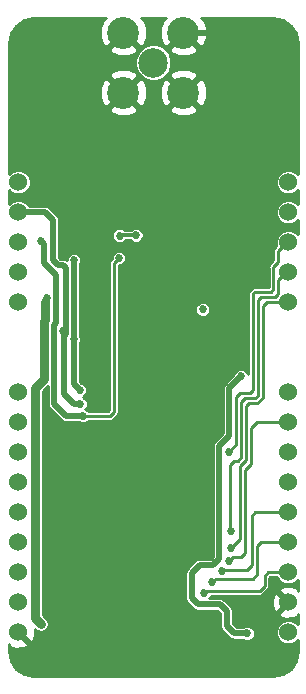
<source format=gbl>
%FSLAX46Y46*%
G04 Gerber Fmt 4.6, Leading zero omitted, Abs format (unit mm)*
G04 Created by KiCad (PCBNEW (2014-jul-16 BZR unknown)-product) date Fri 13 Mar 2015 08:43:45 PM CET*
%MOMM*%
G01*
G04 APERTURE LIST*
%ADD10C,0.150000*%
%ADD11C,1.524000*%
%ADD12C,2.499360*%
%ADD13C,2.700020*%
%ADD14C,0.685800*%
%ADD15C,0.254000*%
%ADD16C,0.508000*%
%ADD17C,0.762000*%
%ADD18C,0.304800*%
G04 APERTURE END LIST*
D10*
D11*
X185890000Y-59100000D03*
X185890000Y-61640000D03*
X185890000Y-64180000D03*
X185890000Y-66720000D03*
X185890000Y-69260000D03*
X185890000Y-76880000D03*
X185890000Y-79420000D03*
X185890000Y-81960000D03*
X185890000Y-84500000D03*
X185890000Y-87040000D03*
X185890000Y-89580000D03*
X185890000Y-92120000D03*
X185890000Y-94660000D03*
X185890000Y-97200000D03*
X208750000Y-59100000D03*
X208750000Y-61640000D03*
X208750000Y-64180000D03*
X208750000Y-66720000D03*
X208750000Y-69260000D03*
X208750000Y-76880000D03*
X208750000Y-79420000D03*
X208750000Y-81960000D03*
X208750000Y-84500000D03*
X208750000Y-87040000D03*
X208750000Y-89580000D03*
X208750000Y-92120000D03*
X208750000Y-94660000D03*
X208750000Y-97200000D03*
D12*
X197330000Y-48970000D03*
D13*
X199870000Y-46430000D03*
X194790000Y-46430000D03*
X194790000Y-51510000D03*
X199870000Y-51510000D03*
D14*
X201506000Y-69872000D03*
X202320000Y-92980000D03*
X207690000Y-57770000D03*
X207650000Y-54410000D03*
X203780000Y-54330000D03*
X203810000Y-50420000D03*
X207620000Y-50420000D03*
X207570000Y-46330000D03*
X203780000Y-46380000D03*
X190600000Y-62070000D03*
X190580000Y-58140000D03*
X186970000Y-58090000D03*
X186970000Y-54330000D03*
X190580000Y-54310000D03*
X190530000Y-50390000D03*
X186970000Y-50320000D03*
X186970000Y-46410000D03*
X190550000Y-46410000D03*
X206300000Y-67660000D03*
X192200000Y-63140000D03*
X201090000Y-55250000D03*
X201320000Y-76560000D03*
X199330000Y-76540000D03*
X195320000Y-76510000D03*
X193300000Y-76520000D03*
X197320000Y-95420000D03*
X197970320Y-66483640D03*
X196680000Y-66498880D03*
X196680000Y-65183160D03*
X197944920Y-65223800D03*
X197335320Y-65843560D03*
X203461800Y-70903240D03*
X205244880Y-56938320D03*
X205239800Y-58447080D03*
X205209320Y-59915200D03*
X205488720Y-62338360D03*
X205031520Y-64771680D03*
X203477040Y-67855240D03*
X201094520Y-56755440D03*
X196075480Y-69206520D03*
X198595160Y-69181120D03*
X196934000Y-62353600D03*
X198574840Y-62348520D03*
X205280000Y-97310000D03*
X204760000Y-75510000D03*
X187790000Y-96510000D03*
X188350700Y-68910000D03*
X203710000Y-81930000D03*
X203870000Y-88620000D03*
X190600000Y-72420000D03*
X190610000Y-65690000D03*
X191100000Y-76720000D03*
X203890000Y-90110000D03*
X203760000Y-91140000D03*
X201640000Y-93850000D03*
X189690000Y-71670000D03*
X191140000Y-77880000D03*
X194420000Y-65520000D03*
X187820000Y-64070000D03*
X191370000Y-78910000D03*
X203120000Y-92030000D03*
X195870000Y-63600000D03*
X194460000Y-63630000D03*
D15*
X206440000Y-89580000D02*
X208750000Y-89580000D01*
X206140000Y-89880000D02*
X206440000Y-89580000D01*
X206140000Y-92310000D02*
X206140000Y-89880000D01*
X205760000Y-92690000D02*
X206140000Y-92310000D01*
X202610000Y-92690000D02*
X205760000Y-92690000D01*
X202320000Y-92980000D02*
X202610000Y-92690000D01*
D16*
X199870000Y-46430000D02*
X203730000Y-46430000D01*
X207690000Y-54450000D02*
X207690000Y-57770000D01*
X207650000Y-54410000D02*
X207690000Y-54450000D01*
X203780000Y-50450000D02*
X203780000Y-54330000D01*
X203810000Y-50420000D02*
X203780000Y-50450000D01*
X207620000Y-46380000D02*
X207620000Y-50420000D01*
X207570000Y-46330000D02*
X207620000Y-46380000D01*
X203730000Y-46430000D02*
X203780000Y-46380000D01*
X187020000Y-58140000D02*
X190580000Y-58140000D01*
X186970000Y-58090000D02*
X187020000Y-58140000D01*
X190560000Y-54330000D02*
X186970000Y-54330000D01*
X190580000Y-54310000D02*
X190560000Y-54330000D01*
X187040000Y-50390000D02*
X190530000Y-50390000D01*
X186970000Y-50320000D02*
X187040000Y-50390000D01*
X190550000Y-46410000D02*
X186970000Y-46410000D01*
D15*
X192210000Y-63220000D02*
X192210000Y-63150000D01*
X192210000Y-63150000D02*
X192200000Y-63140000D01*
D17*
X198046520Y-66570000D02*
X198046520Y-66559840D01*
X198046520Y-66559840D02*
X197970320Y-66483640D01*
X196598720Y-66559840D02*
X196619040Y-66559840D01*
X196619040Y-66559840D02*
X196680000Y-66498880D01*
X196593640Y-65112040D02*
X196608880Y-65112040D01*
X196608880Y-65112040D02*
X196680000Y-65183160D01*
X197878880Y-65289840D02*
X197944920Y-65223800D01*
X197335320Y-65843560D02*
X197335320Y-65828320D01*
D16*
X204150000Y-97310000D02*
X205280000Y-97310000D01*
X203530000Y-96690000D02*
X204150000Y-97310000D01*
X203530000Y-95400000D02*
X203530000Y-96690000D01*
X202970000Y-94840000D02*
X203530000Y-95400000D01*
X201090000Y-94840000D02*
X202970000Y-94840000D01*
X200580000Y-94330000D02*
X201090000Y-94840000D01*
X200580000Y-92190000D02*
X200580000Y-94330000D01*
X201260000Y-91510000D02*
X200580000Y-92190000D01*
X202410000Y-91510000D02*
X201260000Y-91510000D01*
X202890000Y-91030000D02*
X202410000Y-91510000D01*
X202890000Y-81430000D02*
X202890000Y-91030000D01*
X203740000Y-80580000D02*
X202890000Y-81430000D01*
X203740000Y-76530000D02*
X203740000Y-80580000D01*
X204760000Y-75510000D02*
X203740000Y-76530000D01*
D17*
X188150000Y-69230000D02*
X188150000Y-70750000D01*
D16*
X188350700Y-69029300D02*
X188150000Y-69230000D01*
X188350700Y-68910000D02*
X188350700Y-69029300D01*
D17*
X187290000Y-96010000D02*
X187790000Y-96510000D01*
X187290000Y-76510000D02*
X187290000Y-96010000D01*
X188070000Y-75730000D02*
X187290000Y-76510000D01*
X188070000Y-70830000D02*
X188070000Y-75730000D01*
X188150000Y-70750000D02*
X188070000Y-70830000D01*
D16*
X188350700Y-68910000D02*
X188360000Y-68910000D01*
D15*
X205783598Y-68890000D02*
X205783598Y-68526402D01*
X207493598Y-66273598D02*
X207470000Y-66250000D01*
X207493598Y-68160000D02*
X207493598Y-66273598D01*
X207273598Y-68380000D02*
X207493598Y-68160000D01*
X205930000Y-68380000D02*
X207273598Y-68380000D01*
X205783598Y-68526402D02*
X205930000Y-68380000D01*
X207850000Y-64950000D02*
X208620000Y-64180000D01*
X207470000Y-66250000D02*
X207850000Y-65870000D01*
X207850000Y-65870000D02*
X207850000Y-64950000D01*
X205783598Y-76666402D02*
X205783598Y-68890000D01*
X205530000Y-76920000D02*
X205783598Y-76666402D01*
X204660000Y-76920000D02*
X205530000Y-76920000D01*
X204330000Y-77250000D02*
X204660000Y-76920000D01*
X204330000Y-81310000D02*
X204330000Y-77250000D01*
X203710000Y-81930000D02*
X204330000Y-81310000D01*
X208620000Y-64180000D02*
X208750000Y-64180000D01*
X206190000Y-69140000D02*
X206190000Y-69040000D01*
X207900000Y-67380000D02*
X208560000Y-66720000D01*
X207900000Y-68550000D02*
X207900000Y-67380000D01*
X207640000Y-68810000D02*
X207900000Y-68550000D01*
X206420000Y-68810000D02*
X207640000Y-68810000D01*
X206190000Y-69040000D02*
X206420000Y-68810000D01*
X208560000Y-66720000D02*
X208750000Y-66720000D01*
X206190000Y-76380000D02*
X206190000Y-77170000D01*
X206190000Y-77170000D02*
X205960000Y-77400000D01*
X205056402Y-77400000D02*
X205960000Y-77400000D01*
X204780000Y-77676402D02*
X205056402Y-77400000D01*
X204780000Y-82380000D02*
X204780000Y-77676402D01*
X204480000Y-82680000D02*
X204780000Y-82380000D01*
X204160000Y-82680000D02*
X204480000Y-82680000D01*
X203780000Y-83060000D02*
X204160000Y-82680000D01*
X203780000Y-88530000D02*
X203780000Y-83060000D01*
X203870000Y-88620000D02*
X203780000Y-88530000D01*
X206190000Y-76380000D02*
X206190000Y-69140000D01*
D16*
X190600000Y-76220000D02*
X191100000Y-76720000D01*
X190600000Y-72100000D02*
X190600000Y-72420000D01*
X190600000Y-72420000D02*
X190600000Y-76220000D01*
X190610000Y-72090000D02*
X190600000Y-72100000D01*
X190610000Y-69830000D02*
X190610000Y-72090000D01*
X190610000Y-66840000D02*
X190610000Y-69830000D01*
X190610000Y-65690000D02*
X190610000Y-66840000D01*
D15*
X206596402Y-76340000D02*
X206596402Y-77353598D01*
X204650000Y-89350000D02*
X203890000Y-90110000D01*
X204650000Y-83160000D02*
X204650000Y-89350000D01*
X205186402Y-82623598D02*
X204650000Y-83160000D01*
X205186402Y-78050000D02*
X205186402Y-82623598D01*
X205430000Y-77806402D02*
X205186402Y-78050000D01*
X206143598Y-77806402D02*
X205430000Y-77806402D01*
X206596402Y-77353598D02*
X206143598Y-77806402D01*
X206596402Y-74680000D02*
X206596402Y-69623598D01*
X206596402Y-69623598D02*
X206960000Y-69260000D01*
X206960000Y-69260000D02*
X208750000Y-69260000D01*
X206596402Y-74680000D02*
X206596402Y-76340000D01*
X206070000Y-79420000D02*
X208750000Y-79420000D01*
X205592804Y-79897196D02*
X206070000Y-79420000D01*
X205592804Y-82977196D02*
X205592804Y-79897196D01*
X205100000Y-83470000D02*
X205592804Y-82977196D01*
X205100000Y-90460000D02*
X205100000Y-83470000D01*
X204740000Y-90820000D02*
X205100000Y-90460000D01*
X204080000Y-90820000D02*
X204740000Y-90820000D01*
X203760000Y-91140000D02*
X204080000Y-90820000D01*
X208220000Y-79420000D02*
X208750000Y-79420000D01*
X207060000Y-92120000D02*
X208750000Y-92120000D01*
X206750000Y-92430000D02*
X207060000Y-92120000D01*
X206750000Y-93290000D02*
X206750000Y-92430000D01*
X206340000Y-93700000D02*
X206750000Y-93290000D01*
X201790000Y-93700000D02*
X206340000Y-93700000D01*
X201640000Y-93850000D02*
X201790000Y-93700000D01*
D16*
X189800000Y-72480000D02*
X189800000Y-71780000D01*
X189800000Y-71780000D02*
X189690000Y-71670000D01*
X188820000Y-65510000D02*
X188820000Y-65730000D01*
X189800000Y-77040000D02*
X190640000Y-77880000D01*
X190640000Y-77880000D02*
X191140000Y-77880000D01*
X189800000Y-72480000D02*
X189800000Y-77040000D01*
X189800000Y-72120000D02*
X189800000Y-72480000D01*
X189949598Y-71970402D02*
X189800000Y-72120000D01*
X189949598Y-66390000D02*
X189949598Y-71970402D01*
X189689598Y-66130000D02*
X189949598Y-66390000D01*
X189220000Y-66130000D02*
X189689598Y-66130000D01*
X188820000Y-65730000D02*
X189220000Y-66130000D01*
X185890000Y-61640000D02*
X188190000Y-61640000D01*
X188820000Y-62270000D02*
X188820000Y-65510000D01*
X188190000Y-61640000D02*
X188820000Y-62270000D01*
X188080000Y-65690000D02*
X188080000Y-65950000D01*
X190170000Y-78900000D02*
X190170000Y-78890000D01*
X190160000Y-78890000D02*
X190170000Y-78900000D01*
X189900000Y-78890000D02*
X190160000Y-78890000D01*
X188920000Y-77910000D02*
X189900000Y-78890000D01*
X188920000Y-71190000D02*
X188920000Y-77910000D01*
X189120000Y-70990000D02*
X188920000Y-71190000D01*
X189120000Y-66990000D02*
X189120000Y-70990000D01*
X188080000Y-65950000D02*
X189120000Y-66990000D01*
D15*
X193640000Y-78910000D02*
X191370000Y-78910000D01*
X193980000Y-78570000D02*
X193640000Y-78910000D01*
X193980000Y-65960000D02*
X193980000Y-78570000D01*
X194420000Y-65520000D02*
X193980000Y-65960000D01*
D16*
X188080000Y-64330000D02*
X187820000Y-64070000D01*
X188080000Y-65690000D02*
X188080000Y-65270000D01*
X188080000Y-65270000D02*
X188080000Y-64330000D01*
X191350000Y-78890000D02*
X190170000Y-78890000D01*
X191370000Y-78910000D02*
X191350000Y-78890000D01*
D15*
X205950000Y-87040000D02*
X208750000Y-87040000D01*
X205640000Y-87350000D02*
X205950000Y-87040000D01*
X205640000Y-91550000D02*
X205640000Y-87350000D01*
X205290000Y-91900000D02*
X205640000Y-91550000D01*
X203250000Y-91900000D02*
X205290000Y-91900000D01*
X203120000Y-92030000D02*
X203250000Y-91900000D01*
D18*
X194490000Y-63600000D02*
X195870000Y-63600000D01*
X194460000Y-63630000D02*
X194490000Y-63600000D01*
D15*
G36*
X209558056Y-50260000D02*
X209550100Y-50300000D01*
X209550100Y-50749726D01*
X209540100Y-50800000D01*
X209550100Y-50850273D01*
X209550100Y-57940000D01*
X209550100Y-58427448D01*
X209340676Y-58217659D01*
X208958056Y-58058781D01*
X208543762Y-58058420D01*
X208160865Y-58216629D01*
X207867659Y-58509324D01*
X207708781Y-58891944D01*
X207708420Y-59306238D01*
X207866629Y-59689135D01*
X208159324Y-59982341D01*
X208541944Y-60141219D01*
X208956238Y-60141580D01*
X209339135Y-59983371D01*
X209550100Y-59772773D01*
X209550100Y-60967448D01*
X209340676Y-60757659D01*
X208958056Y-60598781D01*
X208543762Y-60598420D01*
X208160865Y-60756629D01*
X207867659Y-61049324D01*
X207708781Y-61431944D01*
X207708420Y-61846238D01*
X207866629Y-62229135D01*
X208159324Y-62522341D01*
X208541944Y-62681219D01*
X208956238Y-62681580D01*
X209339135Y-62523371D01*
X209550100Y-62312773D01*
X209550100Y-63507448D01*
X209340676Y-63297659D01*
X208958056Y-63138781D01*
X208543762Y-63138420D01*
X208160865Y-63296629D01*
X207867659Y-63589324D01*
X207708781Y-63971944D01*
X207708420Y-64386238D01*
X207746606Y-64478657D01*
X207562632Y-64662632D01*
X207474535Y-64794477D01*
X207443600Y-64950000D01*
X207443600Y-65701664D01*
X207182632Y-65962632D01*
X207094535Y-66094478D01*
X207063600Y-66250000D01*
X207087198Y-66368636D01*
X207087198Y-67973600D01*
X205930000Y-67973600D01*
X205774477Y-68004535D01*
X205642632Y-68092632D01*
X205496230Y-68239034D01*
X205408133Y-68370879D01*
X205377198Y-68526402D01*
X205377198Y-68890000D01*
X205377198Y-75374150D01*
X205287868Y-75157956D01*
X205112965Y-74982747D01*
X204884326Y-74887808D01*
X204636760Y-74887592D01*
X204407956Y-74982132D01*
X204232747Y-75157035D01*
X204143363Y-75372294D01*
X203362829Y-76152829D01*
X203247203Y-76325877D01*
X203206600Y-76530000D01*
X203206600Y-80359058D01*
X202512829Y-81052829D01*
X202397203Y-81225877D01*
X202356600Y-81430000D01*
X202356600Y-90809058D01*
X202189058Y-90976600D01*
X202128408Y-90976600D01*
X202128408Y-69748760D01*
X202033868Y-69519956D01*
X201863747Y-69349537D01*
X201863747Y-51858048D01*
X201845174Y-51068580D01*
X201578790Y-50425472D01*
X201275601Y-50284004D01*
X201095996Y-50463609D01*
X201095996Y-50104399D01*
X201095996Y-47835601D01*
X199870000Y-46609605D01*
X198644004Y-47835601D01*
X198785472Y-48138790D01*
X199521952Y-48423747D01*
X200311420Y-48405174D01*
X200954528Y-48138790D01*
X201095996Y-47835601D01*
X201095996Y-50104399D01*
X200954528Y-49801210D01*
X200218048Y-49516253D01*
X199428580Y-49534826D01*
X198859344Y-49770611D01*
X198859344Y-48667182D01*
X198627046Y-48104978D01*
X198197285Y-47674465D01*
X197635487Y-47441186D01*
X197027182Y-47440656D01*
X196464978Y-47672954D01*
X196034465Y-48102715D01*
X196015996Y-48147193D01*
X196015996Y-47835601D01*
X194790000Y-46609605D01*
X193564004Y-47835601D01*
X193705472Y-48138790D01*
X194441952Y-48423747D01*
X195231420Y-48405174D01*
X195874528Y-48138790D01*
X196015996Y-47835601D01*
X196015996Y-48147193D01*
X195801186Y-48664513D01*
X195800656Y-49272818D01*
X196032954Y-49835022D01*
X196462715Y-50265535D01*
X197024513Y-50498814D01*
X197632818Y-50499344D01*
X198195022Y-50267046D01*
X198625535Y-49837285D01*
X198858814Y-49275487D01*
X198859344Y-48667182D01*
X198859344Y-49770611D01*
X198785472Y-49801210D01*
X198644004Y-50104399D01*
X199870000Y-51330395D01*
X201095996Y-50104399D01*
X201095996Y-50463609D01*
X200049605Y-51510000D01*
X201275601Y-52735996D01*
X201578790Y-52594528D01*
X201863747Y-51858048D01*
X201863747Y-69349537D01*
X201858965Y-69344747D01*
X201630326Y-69249808D01*
X201382760Y-69249592D01*
X201153956Y-69344132D01*
X201095996Y-69401990D01*
X201095996Y-52915601D01*
X199870000Y-51689605D01*
X199690395Y-51869210D01*
X199690395Y-51510000D01*
X198464399Y-50284004D01*
X198161210Y-50425472D01*
X197876253Y-51161952D01*
X197894826Y-51951420D01*
X198161210Y-52594528D01*
X198464399Y-52735996D01*
X199690395Y-51510000D01*
X199690395Y-51869210D01*
X198644004Y-52915601D01*
X198785472Y-53218790D01*
X199521952Y-53503747D01*
X200311420Y-53485174D01*
X200954528Y-53218790D01*
X201095996Y-52915601D01*
X201095996Y-69401990D01*
X200978747Y-69519035D01*
X200883808Y-69747674D01*
X200883592Y-69995240D01*
X200978132Y-70224044D01*
X201153035Y-70399253D01*
X201381674Y-70494192D01*
X201629240Y-70494408D01*
X201858044Y-70399868D01*
X202033253Y-70224965D01*
X202128192Y-69996326D01*
X202128408Y-69748760D01*
X202128408Y-90976600D01*
X201260000Y-90976600D01*
X201055876Y-91017203D01*
X200882829Y-91132829D01*
X200202829Y-91812829D01*
X200087203Y-91985877D01*
X200046600Y-92190000D01*
X200046600Y-94330000D01*
X200087203Y-94534123D01*
X200202829Y-94707171D01*
X200712829Y-95217171D01*
X200885877Y-95332797D01*
X201090000Y-95373400D01*
X202749058Y-95373400D01*
X202996600Y-95620941D01*
X202996600Y-96690000D01*
X203037203Y-96894123D01*
X203152829Y-97067171D01*
X203772826Y-97687167D01*
X203772829Y-97687171D01*
X203876563Y-97756483D01*
X203945876Y-97802797D01*
X203945877Y-97802797D01*
X204150000Y-97843400D01*
X204941838Y-97843400D01*
X205155674Y-97932192D01*
X205403240Y-97932408D01*
X205632044Y-97837868D01*
X205807253Y-97662965D01*
X205902192Y-97434326D01*
X205902408Y-97186760D01*
X205807868Y-96957956D01*
X205632965Y-96782747D01*
X205404326Y-96687808D01*
X205156760Y-96687592D01*
X204941344Y-96776600D01*
X204370941Y-96776600D01*
X204063400Y-96469058D01*
X204063400Y-95400005D01*
X204063400Y-95400000D01*
X204063401Y-95400000D01*
X204022797Y-95195877D01*
X203907171Y-95022830D01*
X203907171Y-95022829D01*
X203907167Y-95022826D01*
X203347171Y-94462829D01*
X203174123Y-94347203D01*
X202970000Y-94306600D01*
X202063436Y-94306600D01*
X202167253Y-94202965D01*
X202207350Y-94106400D01*
X206340000Y-94106400D01*
X206495522Y-94075465D01*
X206495523Y-94075465D01*
X206627368Y-93987368D01*
X207037368Y-93577368D01*
X207037369Y-93577368D01*
X207125465Y-93445523D01*
X207125466Y-93445522D01*
X207156400Y-93290000D01*
X207156400Y-92598336D01*
X207228336Y-92526400D01*
X207791124Y-92526400D01*
X207866629Y-92709135D01*
X208159324Y-93002341D01*
X208541944Y-93161219D01*
X208956238Y-93161580D01*
X209339135Y-93003371D01*
X209550100Y-92792773D01*
X209550100Y-93678015D01*
X209481143Y-93437603D01*
X208957698Y-93250856D01*
X208402632Y-93278638D01*
X208018857Y-93437603D01*
X207949392Y-93679787D01*
X208750000Y-94480395D01*
X208764142Y-94466252D01*
X208943747Y-94645857D01*
X208929605Y-94660000D01*
X208943747Y-94674142D01*
X208764142Y-94853747D01*
X208750000Y-94839605D01*
X208570395Y-95019210D01*
X208570395Y-94660000D01*
X207769787Y-93859392D01*
X207527603Y-93928857D01*
X207340856Y-94452302D01*
X207368638Y-95007368D01*
X207527603Y-95391143D01*
X207769787Y-95460608D01*
X208570395Y-94660000D01*
X208570395Y-95019210D01*
X207949392Y-95640213D01*
X208018857Y-95882397D01*
X208542302Y-96069144D01*
X209097368Y-96041362D01*
X209481143Y-95882397D01*
X209550100Y-95641984D01*
X209550100Y-96527448D01*
X209340676Y-96317659D01*
X208958056Y-96158781D01*
X208543762Y-96158420D01*
X208160865Y-96316629D01*
X207867659Y-96609324D01*
X207708781Y-96991944D01*
X207708420Y-97406238D01*
X207866629Y-97789135D01*
X208159324Y-98082341D01*
X208541944Y-98241219D01*
X208956238Y-98241580D01*
X209339135Y-98083371D01*
X209550100Y-97872773D01*
X209550100Y-98500000D01*
X209552089Y-98510000D01*
X209550100Y-98520000D01*
X209550100Y-98833718D01*
X209387062Y-99653362D01*
X208948988Y-100308988D01*
X208293363Y-100747062D01*
X207473718Y-100910100D01*
X196783747Y-100910100D01*
X196783747Y-51858048D01*
X196765174Y-51068580D01*
X196498790Y-50425472D01*
X196195601Y-50284004D01*
X196015996Y-50463609D01*
X196015996Y-50104399D01*
X195874528Y-49801210D01*
X195138048Y-49516253D01*
X194348580Y-49534826D01*
X193705472Y-49801210D01*
X193564004Y-50104399D01*
X194790000Y-51330395D01*
X196015996Y-50104399D01*
X196015996Y-50463609D01*
X194969605Y-51510000D01*
X196195601Y-52735996D01*
X196498790Y-52594528D01*
X196783747Y-51858048D01*
X196783747Y-100910100D01*
X196492408Y-100910100D01*
X196492408Y-63476760D01*
X196397868Y-63247956D01*
X196222965Y-63072747D01*
X196015996Y-62986806D01*
X196015996Y-52915601D01*
X194790000Y-51689605D01*
X194610395Y-51869210D01*
X194610395Y-51510000D01*
X193384399Y-50284004D01*
X193081210Y-50425472D01*
X192796253Y-51161952D01*
X192814826Y-51951420D01*
X193081210Y-52594528D01*
X193384399Y-52735996D01*
X194610395Y-51510000D01*
X194610395Y-51869210D01*
X193564004Y-52915601D01*
X193705472Y-53218790D01*
X194441952Y-53503747D01*
X195231420Y-53485174D01*
X195874528Y-53218790D01*
X196015996Y-52915601D01*
X196015996Y-62986806D01*
X195994326Y-62977808D01*
X195746760Y-62977592D01*
X195517956Y-63072132D01*
X195421719Y-63168200D01*
X194878303Y-63168200D01*
X194812965Y-63102747D01*
X194584326Y-63007808D01*
X194336760Y-63007592D01*
X194107956Y-63102132D01*
X193932747Y-63277035D01*
X193837808Y-63505674D01*
X193837592Y-63753240D01*
X193932132Y-63982044D01*
X194107035Y-64157253D01*
X194335674Y-64252192D01*
X194583240Y-64252408D01*
X194812044Y-64157868D01*
X194938332Y-64031800D01*
X195421748Y-64031800D01*
X195517035Y-64127253D01*
X195745674Y-64222192D01*
X195993240Y-64222408D01*
X196222044Y-64127868D01*
X196397253Y-63952965D01*
X196492192Y-63724326D01*
X196492408Y-63476760D01*
X196492408Y-100910100D01*
X187166281Y-100910100D01*
X186346637Y-100747062D01*
X185691011Y-100308988D01*
X185252937Y-99653363D01*
X185089900Y-98833718D01*
X185089900Y-98610000D01*
X185089900Y-98181984D01*
X185158857Y-98422397D01*
X185682302Y-98609144D01*
X186237368Y-98581362D01*
X186621143Y-98422397D01*
X186690608Y-98180213D01*
X185890000Y-97379605D01*
X185875857Y-97393747D01*
X185696252Y-97214142D01*
X185710395Y-97200000D01*
X185696252Y-97185857D01*
X185875857Y-97006252D01*
X185890000Y-97020395D01*
X185904142Y-97006252D01*
X186083747Y-97185857D01*
X186069605Y-97200000D01*
X186870213Y-98000608D01*
X187112397Y-97931143D01*
X187299144Y-97407698D01*
X187275191Y-96929137D01*
X187323027Y-96976973D01*
X187537276Y-97120130D01*
X187790000Y-97170400D01*
X188042724Y-97120130D01*
X188256973Y-96976973D01*
X188400130Y-96762724D01*
X188450400Y-96510000D01*
X188400130Y-96257276D01*
X188256973Y-96043027D01*
X187950400Y-95736454D01*
X187950400Y-76783546D01*
X188386600Y-76347346D01*
X188386600Y-77910000D01*
X188427203Y-78114123D01*
X188542829Y-78287171D01*
X189522829Y-79267171D01*
X189695876Y-79382797D01*
X189695877Y-79382797D01*
X189900000Y-79423400D01*
X190119727Y-79423400D01*
X190170000Y-79433400D01*
X190220272Y-79423400D01*
X191003206Y-79423400D01*
X191017035Y-79437253D01*
X191245674Y-79532192D01*
X191493240Y-79532408D01*
X191722044Y-79437868D01*
X191843724Y-79316400D01*
X193640000Y-79316400D01*
X193795522Y-79285465D01*
X193795523Y-79285465D01*
X193927368Y-79197368D01*
X194267368Y-78857368D01*
X194355465Y-78725523D01*
X194355465Y-78725522D01*
X194386400Y-78570000D01*
X194386400Y-66142271D01*
X194543240Y-66142408D01*
X194772044Y-66047868D01*
X194947253Y-65872965D01*
X195042192Y-65644326D01*
X195042408Y-65396760D01*
X194947868Y-65167956D01*
X194772965Y-64992747D01*
X194544326Y-64897808D01*
X194296760Y-64897592D01*
X194067956Y-64992132D01*
X193892747Y-65167035D01*
X193797808Y-65395674D01*
X193797657Y-65567606D01*
X193692632Y-65672632D01*
X193604535Y-65804477D01*
X193573600Y-65960000D01*
X193573600Y-78401664D01*
X193471664Y-78503600D01*
X191843606Y-78503600D01*
X191722965Y-78382747D01*
X191577653Y-78322408D01*
X191667253Y-78232965D01*
X191762192Y-78004326D01*
X191762408Y-77756760D01*
X191667868Y-77527956D01*
X191492965Y-77352747D01*
X191345954Y-77291703D01*
X191452044Y-77247868D01*
X191627253Y-77072965D01*
X191722192Y-76844326D01*
X191722408Y-76596760D01*
X191627868Y-76367956D01*
X191452965Y-76192747D01*
X191237705Y-76103363D01*
X191133400Y-75999058D01*
X191133400Y-72758161D01*
X191222192Y-72544326D01*
X191222408Y-72296760D01*
X191141312Y-72100494D01*
X191143400Y-72090000D01*
X191143400Y-69830000D01*
X191143400Y-66840000D01*
X191143400Y-66028161D01*
X191232192Y-65814326D01*
X191232408Y-65566760D01*
X191137868Y-65337956D01*
X190962965Y-65162747D01*
X190734326Y-65067808D01*
X190486760Y-65067592D01*
X190257956Y-65162132D01*
X190082747Y-65337035D01*
X189987808Y-65565674D01*
X189987690Y-65699991D01*
X189893721Y-65637203D01*
X189689598Y-65596600D01*
X189440941Y-65596600D01*
X189353400Y-65509058D01*
X189353400Y-62270005D01*
X189353400Y-62270000D01*
X189353401Y-62270000D01*
X189312797Y-62065877D01*
X189197171Y-61892830D01*
X189197171Y-61892829D01*
X189197167Y-61892826D01*
X188567171Y-61262829D01*
X188394123Y-61147203D01*
X188190000Y-61106600D01*
X186796400Y-61106600D01*
X186773371Y-61050865D01*
X186480676Y-60757659D01*
X186098056Y-60598781D01*
X185683762Y-60598420D01*
X185300865Y-60756629D01*
X185089900Y-60967226D01*
X185089900Y-59772551D01*
X185299324Y-59982341D01*
X185681944Y-60141219D01*
X186096238Y-60141580D01*
X186479135Y-59983371D01*
X186772341Y-59690676D01*
X186931219Y-59308056D01*
X186931580Y-58893762D01*
X186773371Y-58510865D01*
X186480676Y-58217659D01*
X186098056Y-58058781D01*
X185683762Y-58058420D01*
X185300865Y-58216629D01*
X185089900Y-58427226D01*
X185089900Y-57960000D01*
X185087910Y-57950000D01*
X185089900Y-57940000D01*
X185089900Y-50790000D01*
X185089900Y-50780000D01*
X185089900Y-50300000D01*
X185087910Y-50290000D01*
X185089900Y-50280000D01*
X185089900Y-47316281D01*
X185252937Y-46496636D01*
X185691011Y-45841011D01*
X186346637Y-45402937D01*
X187166281Y-45239900D01*
X193307468Y-45239900D01*
X193081210Y-45345472D01*
X192796253Y-46081952D01*
X192814826Y-46871420D01*
X193081210Y-47514528D01*
X193384399Y-47655996D01*
X194610395Y-46430000D01*
X194596252Y-46415857D01*
X194775857Y-46236252D01*
X194790000Y-46250395D01*
X194804142Y-46236252D01*
X194983747Y-46415857D01*
X194969605Y-46430000D01*
X196195601Y-47655996D01*
X196498790Y-47514528D01*
X196783747Y-46778048D01*
X196765174Y-45988580D01*
X196498790Y-45345472D01*
X196272531Y-45239900D01*
X198387468Y-45239900D01*
X198161210Y-45345472D01*
X197876253Y-46081952D01*
X197894826Y-46871420D01*
X198161210Y-47514528D01*
X198464399Y-47655996D01*
X199690395Y-46430000D01*
X199676252Y-46415857D01*
X199855857Y-46236252D01*
X199870000Y-46250395D01*
X199884142Y-46236252D01*
X200063747Y-46415857D01*
X200049605Y-46430000D01*
X201275601Y-47655996D01*
X201578790Y-47514528D01*
X201863747Y-46778048D01*
X201845174Y-45988580D01*
X201578790Y-45345472D01*
X201352531Y-45239900D01*
X207483718Y-45239900D01*
X208299535Y-45402176D01*
X208951916Y-45838083D01*
X209387823Y-46490463D01*
X209550100Y-47306281D01*
X209550100Y-50220000D01*
X209558056Y-50260000D01*
X209558056Y-50260000D01*
G37*
X209558056Y-50260000D02*
X209550100Y-50300000D01*
X209550100Y-50749726D01*
X209540100Y-50800000D01*
X209550100Y-50850273D01*
X209550100Y-57940000D01*
X209550100Y-58427448D01*
X209340676Y-58217659D01*
X208958056Y-58058781D01*
X208543762Y-58058420D01*
X208160865Y-58216629D01*
X207867659Y-58509324D01*
X207708781Y-58891944D01*
X207708420Y-59306238D01*
X207866629Y-59689135D01*
X208159324Y-59982341D01*
X208541944Y-60141219D01*
X208956238Y-60141580D01*
X209339135Y-59983371D01*
X209550100Y-59772773D01*
X209550100Y-60967448D01*
X209340676Y-60757659D01*
X208958056Y-60598781D01*
X208543762Y-60598420D01*
X208160865Y-60756629D01*
X207867659Y-61049324D01*
X207708781Y-61431944D01*
X207708420Y-61846238D01*
X207866629Y-62229135D01*
X208159324Y-62522341D01*
X208541944Y-62681219D01*
X208956238Y-62681580D01*
X209339135Y-62523371D01*
X209550100Y-62312773D01*
X209550100Y-63507448D01*
X209340676Y-63297659D01*
X208958056Y-63138781D01*
X208543762Y-63138420D01*
X208160865Y-63296629D01*
X207867659Y-63589324D01*
X207708781Y-63971944D01*
X207708420Y-64386238D01*
X207746606Y-64478657D01*
X207562632Y-64662632D01*
X207474535Y-64794477D01*
X207443600Y-64950000D01*
X207443600Y-65701664D01*
X207182632Y-65962632D01*
X207094535Y-66094478D01*
X207063600Y-66250000D01*
X207087198Y-66368636D01*
X207087198Y-67973600D01*
X205930000Y-67973600D01*
X205774477Y-68004535D01*
X205642632Y-68092632D01*
X205496230Y-68239034D01*
X205408133Y-68370879D01*
X205377198Y-68526402D01*
X205377198Y-68890000D01*
X205377198Y-75374150D01*
X205287868Y-75157956D01*
X205112965Y-74982747D01*
X204884326Y-74887808D01*
X204636760Y-74887592D01*
X204407956Y-74982132D01*
X204232747Y-75157035D01*
X204143363Y-75372294D01*
X203362829Y-76152829D01*
X203247203Y-76325877D01*
X203206600Y-76530000D01*
X203206600Y-80359058D01*
X202512829Y-81052829D01*
X202397203Y-81225877D01*
X202356600Y-81430000D01*
X202356600Y-90809058D01*
X202189058Y-90976600D01*
X202128408Y-90976600D01*
X202128408Y-69748760D01*
X202033868Y-69519956D01*
X201863747Y-69349537D01*
X201863747Y-51858048D01*
X201845174Y-51068580D01*
X201578790Y-50425472D01*
X201275601Y-50284004D01*
X201095996Y-50463609D01*
X201095996Y-50104399D01*
X201095996Y-47835601D01*
X199870000Y-46609605D01*
X198644004Y-47835601D01*
X198785472Y-48138790D01*
X199521952Y-48423747D01*
X200311420Y-48405174D01*
X200954528Y-48138790D01*
X201095996Y-47835601D01*
X201095996Y-50104399D01*
X200954528Y-49801210D01*
X200218048Y-49516253D01*
X199428580Y-49534826D01*
X198859344Y-49770611D01*
X198859344Y-48667182D01*
X198627046Y-48104978D01*
X198197285Y-47674465D01*
X197635487Y-47441186D01*
X197027182Y-47440656D01*
X196464978Y-47672954D01*
X196034465Y-48102715D01*
X196015996Y-48147193D01*
X196015996Y-47835601D01*
X194790000Y-46609605D01*
X193564004Y-47835601D01*
X193705472Y-48138790D01*
X194441952Y-48423747D01*
X195231420Y-48405174D01*
X195874528Y-48138790D01*
X196015996Y-47835601D01*
X196015996Y-48147193D01*
X195801186Y-48664513D01*
X195800656Y-49272818D01*
X196032954Y-49835022D01*
X196462715Y-50265535D01*
X197024513Y-50498814D01*
X197632818Y-50499344D01*
X198195022Y-50267046D01*
X198625535Y-49837285D01*
X198858814Y-49275487D01*
X198859344Y-48667182D01*
X198859344Y-49770611D01*
X198785472Y-49801210D01*
X198644004Y-50104399D01*
X199870000Y-51330395D01*
X201095996Y-50104399D01*
X201095996Y-50463609D01*
X200049605Y-51510000D01*
X201275601Y-52735996D01*
X201578790Y-52594528D01*
X201863747Y-51858048D01*
X201863747Y-69349537D01*
X201858965Y-69344747D01*
X201630326Y-69249808D01*
X201382760Y-69249592D01*
X201153956Y-69344132D01*
X201095996Y-69401990D01*
X201095996Y-52915601D01*
X199870000Y-51689605D01*
X199690395Y-51869210D01*
X199690395Y-51510000D01*
X198464399Y-50284004D01*
X198161210Y-50425472D01*
X197876253Y-51161952D01*
X197894826Y-51951420D01*
X198161210Y-52594528D01*
X198464399Y-52735996D01*
X199690395Y-51510000D01*
X199690395Y-51869210D01*
X198644004Y-52915601D01*
X198785472Y-53218790D01*
X199521952Y-53503747D01*
X200311420Y-53485174D01*
X200954528Y-53218790D01*
X201095996Y-52915601D01*
X201095996Y-69401990D01*
X200978747Y-69519035D01*
X200883808Y-69747674D01*
X200883592Y-69995240D01*
X200978132Y-70224044D01*
X201153035Y-70399253D01*
X201381674Y-70494192D01*
X201629240Y-70494408D01*
X201858044Y-70399868D01*
X202033253Y-70224965D01*
X202128192Y-69996326D01*
X202128408Y-69748760D01*
X202128408Y-90976600D01*
X201260000Y-90976600D01*
X201055876Y-91017203D01*
X200882829Y-91132829D01*
X200202829Y-91812829D01*
X200087203Y-91985877D01*
X200046600Y-92190000D01*
X200046600Y-94330000D01*
X200087203Y-94534123D01*
X200202829Y-94707171D01*
X200712829Y-95217171D01*
X200885877Y-95332797D01*
X201090000Y-95373400D01*
X202749058Y-95373400D01*
X202996600Y-95620941D01*
X202996600Y-96690000D01*
X203037203Y-96894123D01*
X203152829Y-97067171D01*
X203772826Y-97687167D01*
X203772829Y-97687171D01*
X203876563Y-97756483D01*
X203945876Y-97802797D01*
X203945877Y-97802797D01*
X204150000Y-97843400D01*
X204941838Y-97843400D01*
X205155674Y-97932192D01*
X205403240Y-97932408D01*
X205632044Y-97837868D01*
X205807253Y-97662965D01*
X205902192Y-97434326D01*
X205902408Y-97186760D01*
X205807868Y-96957956D01*
X205632965Y-96782747D01*
X205404326Y-96687808D01*
X205156760Y-96687592D01*
X204941344Y-96776600D01*
X204370941Y-96776600D01*
X204063400Y-96469058D01*
X204063400Y-95400005D01*
X204063400Y-95400000D01*
X204063401Y-95400000D01*
X204022797Y-95195877D01*
X203907171Y-95022830D01*
X203907171Y-95022829D01*
X203907167Y-95022826D01*
X203347171Y-94462829D01*
X203174123Y-94347203D01*
X202970000Y-94306600D01*
X202063436Y-94306600D01*
X202167253Y-94202965D01*
X202207350Y-94106400D01*
X206340000Y-94106400D01*
X206495522Y-94075465D01*
X206495523Y-94075465D01*
X206627368Y-93987368D01*
X207037368Y-93577368D01*
X207037369Y-93577368D01*
X207125465Y-93445523D01*
X207125466Y-93445522D01*
X207156400Y-93290000D01*
X207156400Y-92598336D01*
X207228336Y-92526400D01*
X207791124Y-92526400D01*
X207866629Y-92709135D01*
X208159324Y-93002341D01*
X208541944Y-93161219D01*
X208956238Y-93161580D01*
X209339135Y-93003371D01*
X209550100Y-92792773D01*
X209550100Y-93678015D01*
X209481143Y-93437603D01*
X208957698Y-93250856D01*
X208402632Y-93278638D01*
X208018857Y-93437603D01*
X207949392Y-93679787D01*
X208750000Y-94480395D01*
X208764142Y-94466252D01*
X208943747Y-94645857D01*
X208929605Y-94660000D01*
X208943747Y-94674142D01*
X208764142Y-94853747D01*
X208750000Y-94839605D01*
X208570395Y-95019210D01*
X208570395Y-94660000D01*
X207769787Y-93859392D01*
X207527603Y-93928857D01*
X207340856Y-94452302D01*
X207368638Y-95007368D01*
X207527603Y-95391143D01*
X207769787Y-95460608D01*
X208570395Y-94660000D01*
X208570395Y-95019210D01*
X207949392Y-95640213D01*
X208018857Y-95882397D01*
X208542302Y-96069144D01*
X209097368Y-96041362D01*
X209481143Y-95882397D01*
X209550100Y-95641984D01*
X209550100Y-96527448D01*
X209340676Y-96317659D01*
X208958056Y-96158781D01*
X208543762Y-96158420D01*
X208160865Y-96316629D01*
X207867659Y-96609324D01*
X207708781Y-96991944D01*
X207708420Y-97406238D01*
X207866629Y-97789135D01*
X208159324Y-98082341D01*
X208541944Y-98241219D01*
X208956238Y-98241580D01*
X209339135Y-98083371D01*
X209550100Y-97872773D01*
X209550100Y-98500000D01*
X209552089Y-98510000D01*
X209550100Y-98520000D01*
X209550100Y-98833718D01*
X209387062Y-99653362D01*
X208948988Y-100308988D01*
X208293363Y-100747062D01*
X207473718Y-100910100D01*
X196783747Y-100910100D01*
X196783747Y-51858048D01*
X196765174Y-51068580D01*
X196498790Y-50425472D01*
X196195601Y-50284004D01*
X196015996Y-50463609D01*
X196015996Y-50104399D01*
X195874528Y-49801210D01*
X195138048Y-49516253D01*
X194348580Y-49534826D01*
X193705472Y-49801210D01*
X193564004Y-50104399D01*
X194790000Y-51330395D01*
X196015996Y-50104399D01*
X196015996Y-50463609D01*
X194969605Y-51510000D01*
X196195601Y-52735996D01*
X196498790Y-52594528D01*
X196783747Y-51858048D01*
X196783747Y-100910100D01*
X196492408Y-100910100D01*
X196492408Y-63476760D01*
X196397868Y-63247956D01*
X196222965Y-63072747D01*
X196015996Y-62986806D01*
X196015996Y-52915601D01*
X194790000Y-51689605D01*
X194610395Y-51869210D01*
X194610395Y-51510000D01*
X193384399Y-50284004D01*
X193081210Y-50425472D01*
X192796253Y-51161952D01*
X192814826Y-51951420D01*
X193081210Y-52594528D01*
X193384399Y-52735996D01*
X194610395Y-51510000D01*
X194610395Y-51869210D01*
X193564004Y-52915601D01*
X193705472Y-53218790D01*
X194441952Y-53503747D01*
X195231420Y-53485174D01*
X195874528Y-53218790D01*
X196015996Y-52915601D01*
X196015996Y-62986806D01*
X195994326Y-62977808D01*
X195746760Y-62977592D01*
X195517956Y-63072132D01*
X195421719Y-63168200D01*
X194878303Y-63168200D01*
X194812965Y-63102747D01*
X194584326Y-63007808D01*
X194336760Y-63007592D01*
X194107956Y-63102132D01*
X193932747Y-63277035D01*
X193837808Y-63505674D01*
X193837592Y-63753240D01*
X193932132Y-63982044D01*
X194107035Y-64157253D01*
X194335674Y-64252192D01*
X194583240Y-64252408D01*
X194812044Y-64157868D01*
X194938332Y-64031800D01*
X195421748Y-64031800D01*
X195517035Y-64127253D01*
X195745674Y-64222192D01*
X195993240Y-64222408D01*
X196222044Y-64127868D01*
X196397253Y-63952965D01*
X196492192Y-63724326D01*
X196492408Y-63476760D01*
X196492408Y-100910100D01*
X187166281Y-100910100D01*
X186346637Y-100747062D01*
X185691011Y-100308988D01*
X185252937Y-99653363D01*
X185089900Y-98833718D01*
X185089900Y-98610000D01*
X185089900Y-98181984D01*
X185158857Y-98422397D01*
X185682302Y-98609144D01*
X186237368Y-98581362D01*
X186621143Y-98422397D01*
X186690608Y-98180213D01*
X185890000Y-97379605D01*
X185875857Y-97393747D01*
X185696252Y-97214142D01*
X185710395Y-97200000D01*
X185696252Y-97185857D01*
X185875857Y-97006252D01*
X185890000Y-97020395D01*
X185904142Y-97006252D01*
X186083747Y-97185857D01*
X186069605Y-97200000D01*
X186870213Y-98000608D01*
X187112397Y-97931143D01*
X187299144Y-97407698D01*
X187275191Y-96929137D01*
X187323027Y-96976973D01*
X187537276Y-97120130D01*
X187790000Y-97170400D01*
X188042724Y-97120130D01*
X188256973Y-96976973D01*
X188400130Y-96762724D01*
X188450400Y-96510000D01*
X188400130Y-96257276D01*
X188256973Y-96043027D01*
X187950400Y-95736454D01*
X187950400Y-76783546D01*
X188386600Y-76347346D01*
X188386600Y-77910000D01*
X188427203Y-78114123D01*
X188542829Y-78287171D01*
X189522829Y-79267171D01*
X189695876Y-79382797D01*
X189695877Y-79382797D01*
X189900000Y-79423400D01*
X190119727Y-79423400D01*
X190170000Y-79433400D01*
X190220272Y-79423400D01*
X191003206Y-79423400D01*
X191017035Y-79437253D01*
X191245674Y-79532192D01*
X191493240Y-79532408D01*
X191722044Y-79437868D01*
X191843724Y-79316400D01*
X193640000Y-79316400D01*
X193795522Y-79285465D01*
X193795523Y-79285465D01*
X193927368Y-79197368D01*
X194267368Y-78857368D01*
X194355465Y-78725523D01*
X194355465Y-78725522D01*
X194386400Y-78570000D01*
X194386400Y-66142271D01*
X194543240Y-66142408D01*
X194772044Y-66047868D01*
X194947253Y-65872965D01*
X195042192Y-65644326D01*
X195042408Y-65396760D01*
X194947868Y-65167956D01*
X194772965Y-64992747D01*
X194544326Y-64897808D01*
X194296760Y-64897592D01*
X194067956Y-64992132D01*
X193892747Y-65167035D01*
X193797808Y-65395674D01*
X193797657Y-65567606D01*
X193692632Y-65672632D01*
X193604535Y-65804477D01*
X193573600Y-65960000D01*
X193573600Y-78401664D01*
X193471664Y-78503600D01*
X191843606Y-78503600D01*
X191722965Y-78382747D01*
X191577653Y-78322408D01*
X191667253Y-78232965D01*
X191762192Y-78004326D01*
X191762408Y-77756760D01*
X191667868Y-77527956D01*
X191492965Y-77352747D01*
X191345954Y-77291703D01*
X191452044Y-77247868D01*
X191627253Y-77072965D01*
X191722192Y-76844326D01*
X191722408Y-76596760D01*
X191627868Y-76367956D01*
X191452965Y-76192747D01*
X191237705Y-76103363D01*
X191133400Y-75999058D01*
X191133400Y-72758161D01*
X191222192Y-72544326D01*
X191222408Y-72296760D01*
X191141312Y-72100494D01*
X191143400Y-72090000D01*
X191143400Y-69830000D01*
X191143400Y-66840000D01*
X191143400Y-66028161D01*
X191232192Y-65814326D01*
X191232408Y-65566760D01*
X191137868Y-65337956D01*
X190962965Y-65162747D01*
X190734326Y-65067808D01*
X190486760Y-65067592D01*
X190257956Y-65162132D01*
X190082747Y-65337035D01*
X189987808Y-65565674D01*
X189987690Y-65699991D01*
X189893721Y-65637203D01*
X189689598Y-65596600D01*
X189440941Y-65596600D01*
X189353400Y-65509058D01*
X189353400Y-62270005D01*
X189353400Y-62270000D01*
X189353401Y-62270000D01*
X189312797Y-62065877D01*
X189197171Y-61892830D01*
X189197171Y-61892829D01*
X189197167Y-61892826D01*
X188567171Y-61262829D01*
X188394123Y-61147203D01*
X188190000Y-61106600D01*
X186796400Y-61106600D01*
X186773371Y-61050865D01*
X186480676Y-60757659D01*
X186098056Y-60598781D01*
X185683762Y-60598420D01*
X185300865Y-60756629D01*
X185089900Y-60967226D01*
X185089900Y-59772551D01*
X185299324Y-59982341D01*
X185681944Y-60141219D01*
X186096238Y-60141580D01*
X186479135Y-59983371D01*
X186772341Y-59690676D01*
X186931219Y-59308056D01*
X186931580Y-58893762D01*
X186773371Y-58510865D01*
X186480676Y-58217659D01*
X186098056Y-58058781D01*
X185683762Y-58058420D01*
X185300865Y-58216629D01*
X185089900Y-58427226D01*
X185089900Y-57960000D01*
X185087910Y-57950000D01*
X185089900Y-57940000D01*
X185089900Y-50790000D01*
X185089900Y-50780000D01*
X185089900Y-50300000D01*
X185087910Y-50290000D01*
X185089900Y-50280000D01*
X185089900Y-47316281D01*
X185252937Y-46496636D01*
X185691011Y-45841011D01*
X186346637Y-45402937D01*
X187166281Y-45239900D01*
X193307468Y-45239900D01*
X193081210Y-45345472D01*
X192796253Y-46081952D01*
X192814826Y-46871420D01*
X193081210Y-47514528D01*
X193384399Y-47655996D01*
X194610395Y-46430000D01*
X194596252Y-46415857D01*
X194775857Y-46236252D01*
X194790000Y-46250395D01*
X194804142Y-46236252D01*
X194983747Y-46415857D01*
X194969605Y-46430000D01*
X196195601Y-47655996D01*
X196498790Y-47514528D01*
X196783747Y-46778048D01*
X196765174Y-45988580D01*
X196498790Y-45345472D01*
X196272531Y-45239900D01*
X198387468Y-45239900D01*
X198161210Y-45345472D01*
X197876253Y-46081952D01*
X197894826Y-46871420D01*
X198161210Y-47514528D01*
X198464399Y-47655996D01*
X199690395Y-46430000D01*
X199676252Y-46415857D01*
X199855857Y-46236252D01*
X199870000Y-46250395D01*
X199884142Y-46236252D01*
X200063747Y-46415857D01*
X200049605Y-46430000D01*
X201275601Y-47655996D01*
X201578790Y-47514528D01*
X201863747Y-46778048D01*
X201845174Y-45988580D01*
X201578790Y-45345472D01*
X201352531Y-45239900D01*
X207483718Y-45239900D01*
X208299535Y-45402176D01*
X208951916Y-45838083D01*
X209387823Y-46490463D01*
X209550100Y-47306281D01*
X209550100Y-50220000D01*
X209558056Y-50260000D01*
M02*

</source>
